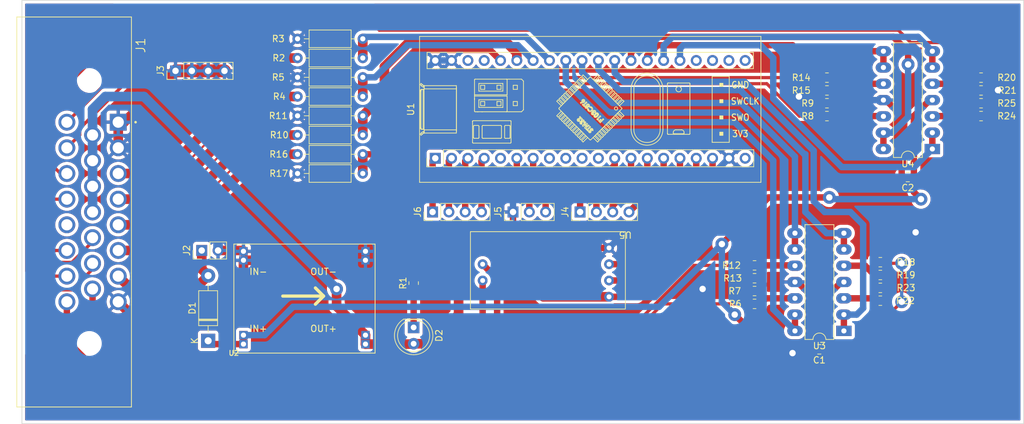
<source format=kicad_pcb>
(kicad_pcb (version 20211014) (generator pcbnew)
  (layers (0 "F.Cu" signal "cobre frontal") (31 "B.Cu" signal "Cobre traseira") (34 "B.Paste" user "Pasta traseira") (35 "F.Paste" user "Pasta frontal") (36 "B.SilkS" user "Serigrafia traseira") (37 "F.SilkS" user "Serigrafia frontal") (38 "B.Mask" user "Máscara traseira") (39 "F.Mask" user "Máscara frontal") (44 "Edge.Cuts" user "Cortes contorno"))
  (net 0 "")
  (net 1 "Net-(C1-Pad1)")
  (net 2 "GNDREF")
  (net 3 "Net-(D2-Pad1)")
  (net 4 "+5V")
  (net 5 "Net-(J4-Pad1)")
  (net 6 "Net-(J4-Pad2)")
  (net 7 "Net-(J4-Pad3)")
  (net 8 "Net-(J4-Pad4)")
  (net 9 "Net-(J5-Pad2)")
  (net 10 "Net-(J5-Pad3)")
  (net 11 "Net-(J6-Pad1)")
  (net 12 "Net-(J6-Pad2)")
  (net 13 "Net-(J6-Pad3)")
  (net 14 "Net-(J6-Pad4)")
  (net 15 "Net-(R2-Pad1)")
  (net 16 "DI_1")
  (net 17 "Net-(R4-Pad1)")
  (net 18 "DI_2")
  (net 19 "Net-(R6-Pad1)")
  (net 20 "ADC_2")
  (net 21 "Net-(R8-Pad1)")
  (net 22 "PRESSURE_2")
  (net 23 "Net-(R10-Pad1)")
  (net 24 "DI_3")
  (net 25 "Net-(R12-Pad1)")
  (net 26 "ADC_1")
  (net 27 "Net-(R14-Pad1)")
  (net 28 "PRESSURE_1")
  (net 29 "Net-(R16-Pad1)")
  (net 30 "DI_4")
  (net 31 "Net-(R18-Pad1)")
  (net 32 "ENCODER")
  (net 33 "Net-(R20-Pad1)")
  (net 34 "TPS_2")
  (net 35 "Net-(R22-Pad1)")
  (net 36 "PRESSURE_3")
  (net 37 "Net-(R24-Pad1)")
  (net 38 "TPS_1")
  (net 43 "Net-(U1-Pad32)")
  (net 45 "Net-(U1-Pad31)")
  (net 47 "Net-(U1-Pad30)")
  (net 49 "Net-(U1-Pad29)")
  (net 50 "Net-(U1-Pad28)")
  (net 51 "Net-(U1-Pad27)")
  (net 52 "Net-(U1-Pad26)")
  (net 53 "Net-(U1-Pad25)")
  (net 54 "Net-(U1-Pad16)")
  (net 56 "Net-(U1-Pad17)")
  (net 61 "CANH")
  (net 62 "CANL")
  (net 63 "VIN")
  (footprint "Capacitor_SMD:C_0805_2012Metric" (layer "F.Cu") (at 149.175 93.415 180)
    (fp_text reference "C1")
    (fp_text value "C")
  )
  (footprint "Resistor_THT:R_Axial_DIN0207_L6.3mm_D2.5mm_P10.16mm_Horizontal" (layer "F.Cu") (at 67.92 57)
    (fp_text reference "R11")
    (fp_text value "20k")
  )
  (footprint "Resistor_THT:R_Axial_DIN0207_L6.3mm_D2.5mm_P10.16mm_Horizontal" (layer "F.Cu") (at 78.08 48 180)
    (fp_text reference "R2")
    (fp_text value "10k")
  )
  (footprint "Resistor_SMD:R_0805_2012Metric" (layer "F.Cu") (at 139.0875 82.3275)
    (fp_text reference "R13")
    (fp_text value "20k")
  )
  (footprint "Resistor_SMD:R_0805_2012Metric" (layer "F.Cu") (at 158.675 83.8275 180)
    (fp_text reference "R23")
    (fp_text value "20k")
  )
  (footprint "Resistor_THT:R_Axial_DIN0207_L6.3mm_D2.5mm_P10.16mm_Horizontal" (layer "F.Cu") (at 78.08 60 180)
    (fp_text reference "R10")
    (fp_text value "10k")
  )
  (footprint "Resistor_THT:R_Axial_DIN0207_L6.3mm_D2.5mm_P10.16mm_Horizontal" (layer "F.Cu") (at 67.92 45)
    (fp_text reference "R3")
    (fp_text value "20k")
  )
  (footprint "Resistor_SMD:R_0805_2012Metric" (layer "F.Cu") (at 150.3625 55.05)
    (fp_text reference "R9")
    (fp_text value "20k")
  )
  (footprint "Resistor_SMD:R_0805_2012Metric" (layer "F.Cu") (at 139.0875 86.3275 180)
    (fp_text reference "R6")
    (fp_text value "10k")
  )
  (footprint "Capacitor_SMD:C_0805_2012Metric" (layer "F.Cu") (at 162.95 66.55 180)
    (fp_text reference "C2")
    (fp_text value "C")
  )
  (footprint "Connector_PinHeader_2.54mm:PinHeader_1x04_P2.54mm_Vertical" (layer "F.Cu") (at 48.92 50 90)
    (fp_text reference "J3")
    (fp_text value "Conn_01x04_Male")
  )
  (footprint "Resistor_SMD:R_0805_2012Metric" (layer "F.Cu") (at 139.0875 84.3275)
    (fp_text reference "R7")
    (fp_text value "20k")
  )
  (footprint "Resistor_SMD:R_0805_2012Metric" (layer "F.Cu") (at 174.3625 53.05 180)
    (fp_text reference "R21")
    (fp_text value "20k")
  )
  (footprint "Resistor_SMD:R_0805_2012Metric" (layer "F.Cu") (at 150.3625 53.05)
    (fp_text reference "R15")
    (fp_text value "20k")
  )
  (footprint "LED_THT:LED_D5.0mm" (layer "F.Cu") (at 86 90 -90)
    (fp_text reference "D2")
    (fp_text value "LED")
  )
  (footprint "Connector_PinHeader_2.54mm:PinHeader_1x03_P2.54mm_Vertical" (layer "F.Cu") (at 101.475 72 90)
    (fp_text reference "J5")
    (fp_text value "UART")
  )
  (footprint "Package_DIP:DIP-14_W7.62mm_LongPads" (layer "F.Cu") (at 166.775 62.175 180)
    (fp_text reference "U4")
    (fp_text value "LM324")
  )
  (footprint "Resistor_SMD:R_0805_2012Metric" (layer "F.Cu") (at 139.0875 80.3275 180)
    (fp_text reference "R12")
    (fp_text value "10k")
  )
  (footprint "Diode_THT:D_DO-41_SOD81_P10.16mm_Horizontal" (layer "F.Cu") (at 54 92.08 90)
    (fp_text reference "D1")
    (fp_text value "1N4007")
  )
  (footprint "Package_DIP:DIP-14_W7.62mm_LongPads" (layer "F.Cu") (at 153 90.54 180)
    (fp_text reference "U3")
    (fp_text value "LM324")
  )
  (footprint "Resistor_SMD:R_0805_2012Metric" (layer "F.Cu") (at 158.675 81.8275 180)
    (fp_text reference "R19")
    (fp_text value "20k")
  )
  (footprint "Resistor_SMD:R_0805_2012Metric" (layer "F.Cu") (at 174.3625 55.05 180)
    (fp_text reference "R25")
    (fp_text value "20k")
  )
  (footprint "Connector_PinHeader_2.54mm:PinHeader_1x04_P2.54mm_Vertical" (layer "F.Cu") (at 88.95 72 90)
    (fp_text reference "J6")
    (fp_text value "Conn_01x04_Male")
  )
  (footprint "Resistor_SMD:R_0805_2012Metric" (layer "F.Cu") (at 174.3625 51.05)
    (fp_text reference "R20")
    (fp_text value "10k")
  )
  (footprint "Resistor_SMD:R_0805_2012Metric" (layer "F.Cu") (at 86 83.0875 90)
    (fp_text reference "R1")
    (fp_text value "220")
  )
  (footprint "Cheetah:DC-BRICK" (layer "F.Cu") (at 58 94)
    (fp_text reference "U2")
    (fp_text value "MP1584")
  )
  (footprint "Resistor_SMD:R_0805_2012Metric" (layer "F.Cu") (at 158.675 85.8275)
    (fp_text reference "R22")
    (fp_text value "10k")
  )
  (footprint "Connector_PinHeader_2.54mm:PinHeader_1x04_P2.54mm_Vertical" (layer "F.Cu") (at 111.92 72 90)
    (fp_text reference "J4")
    (fp_text value "Conn_01x04_Male")
  )
  (footprint "Resistor_SMD:R_0805_2012Metric" (layer "F.Cu") (at 158.675 79.8275)
    (fp_text reference "R18")
    (fp_text value "10k")
  )
  (footprint "Resistor_THT:R_Axial_DIN0207_L6.3mm_D2.5mm_P10.16mm_Horizontal" (layer "F.Cu") (at 78.08 54 180)
    (fp_text reference "R4")
    (fp_text value "10k")
  )
  (footprint "Resistor_THT:R_Axial_DIN0207_L6.3mm_D2.5mm_P10.16mm_Horizontal" (layer "F.Cu") (at 67.92 66)
    (fp_text reference "R17")
    (fp_text value "20k")
  )
  (footprint "Ampseal 23:TE_1-776087-1" (layer "F.Cu") (at 40 58 -90)
    (fp_text reference "J1")
    (fp_text value "1-776087-1")
  )
  (footprint "Resistor_SMD:R_0805_2012Metric" (layer "F.Cu") (at 150.3625 57.05 180)
    (fp_text reference "R8")
    (fp_text value "10k")
  )
  (footprint "Resistor_SMD:R_0805_2012Metric" (layer "F.Cu") (at 150.3625 51.05 180)
    (fp_text reference "R14")
    (fp_text value "10k")
  )
  (footprint "STM32:YAAJ_BluePill_1" (layer "F.Cu") (at 89.37 63.62 90)
    (fp_text reference "U1")
    (fp_text value "YAAJ_BluePill" hide)
  )
  (footprint "Resistor_THT:R_Axial_DIN0207_L6.3mm_D2.5mm_P10.16mm_Horizontal" (layer "F.Cu") (at 78.08 63 180)
    (fp_text reference "R16")
    (fp_text value "10k")
  )
  (footprint "Cheetah:TJA1050-Module" (layer "F.Cu") (at 118.97 75.0625 180)
    (fp_text reference "U5")
    (fp_text value "TJA1050-Module")
  )
  (footprint "Resistor_SMD:R_0805_2012Metric" (layer "F.Cu") (at 174.3625 57.05)
    (fp_text reference "R24")
    (fp_text value "10k")
  )
  (footprint "Resistor_THT:R_Axial_DIN0207_L6.3mm_D2.5mm_P10.16mm_Horizontal" (layer "F.Cu") (at 67.92 51)
    (fp_text reference "R5")
    (fp_text value "20k")
  )
  (footprint "Connector_PinHeader_2.54mm:PinHeader_1x02_P2.54mm_Vertical" (layer "F.Cu") (at 53 78 90)
    (fp_text reference "J2")
    (fp_text value "Conn_01x02_Male")
  )
  (gr_rect (start 25 39) (end 181 105) (layer "Edge.Cuts") (width 0.1) (fill none))
  (segment (start 141.272439 69.727561) (end 134 77) (width 1) (layer "F.Cu") (net 1))
  (segment (start 152.6 82.92) (end 150.125 85.395) (width 1) (layer "F.Cu") (net 1))
  (segment (start 148 97) (end 145 97) (width 1) (layer "F.Cu") (net 1))
  (segment (start 163.9 68.9) (end 165 70) (width 1) (layer "F.Cu") (net 1))
  (segment (start 163.9 57.03) (end 166.375 54.555) (width 1) (layer "F.Cu") (net 1))
  (segment (start 59.5 92.6) (end 54.52 92.6) (width 1) (layer "F.Cu") (net 1))
  (segment (start 145 97) (end 136 88) (width 1) (layer "F.Cu") (net 1))
  (segment (start 163.9 66.55) (end 163.9 57.03) (width 1) (layer "F.Cu") (net 1))
  (segment (start 150.727561 69.727561) (end 141.272439 69.727561) (width 1) (layer "F.Cu") (net 1))
  (segment (start 163.9 66.55) (end 163.9 68.9) (width 1) (layer "F.Cu") (net 1))
  (segment (start 59.5 91.2) (end 59.5 92.6) (width 1) (layer "F.Cu") (net 1))
  (segment (start 166.375 54.555) (end 166.775 54.555) (width 1) (layer "F.Cu") (net 1))
  (segment (start 150.125 93.415) (end 150.125 94.875) (width 1) (layer "F.Cu") (net 1))
  (segment (start 54.52 92.6) (end 54 92.08) (width 1) (layer "F.Cu") (net 1))
  (segment (start 150.125 94.875) (end 148 97) (width 1) (layer "F.Cu") (net 1))
  (segment (start 153 82.92) (end 152.6 82.92) (width 1) (layer "F.Cu") (net 1))
  (segment (start 150.125 85.395) (end 150.125 93.415) (width 1) (layer "F.Cu") (net 1))
  (via (at 150.727561 69.727561) (size 2) (drill 1) (layers "F.Cu" "B.Cu") (net 1))
  (via (at 134 77) (size 2) (drill 1) (layers "F.Cu" "B.Cu") (net 1))
  (via (at 165 70) (size 2) (drill 1) (layers "F.Cu" "B.Cu") (net 1))
  (via (at 136 88) (size 2) (drill 1) (layers "F.Cu" "B.Cu") (net 1))
  (segment (start 165 70) (end 151 70) (width 1) (layer "B.Cu") (net 1))
  (segment (start 134 86) (end 134 77) (width 1) (layer "B.Cu") (net 1))
  (segment (start 124.215989 86.784011) (end 67.215989 86.784011) (width 1) (layer "B.Cu") (net 1))
  (segment (start 62.8 91.2) (end 59.5 91.2) (width 1) (layer "B.Cu") (net 1))
  (segment (start 136 88) (end 134 86) (width 1) (layer "B.Cu") (net 1))
  (segment (start 67.215989 86.784011) (end 62.8 91.2) (width 1) (layer "B.Cu") (net 1))
  (segment (start 151 70) (end 150.727561 69.727561) (width 1) (layer "B.Cu") (net 1))
  (segment (start 134 77) (end 124.215989 86.784011) (width 1) (layer "B.Cu") (net 1))
  (segment (start 176.95 53.05) (end 177 53) (width 1) (layer "F.Cu") (net 2))
  (segment (start 163.1725 81.8275) (end 164.1725 80.8275) (width 1) (layer "F.Cu") (net 2))
  (segment (start 164.1725 72.1725) (end 162 70) (width 1) (layer "F.Cu") (net 2))
  (segment (start 40 58) (end 40.92 58) (width 1.5) (layer "F.Cu") (net 2))
  (segment (start 148.225 93.415) (end 148.225 85.365) (width 1) (layer "F.Cu") (net 2))
  (segment (start 147.64 94) (end 148.225 93.415) (width 1) (layer "F.Cu") (net 2))
  (segment (start 116.43 77.6025) (end 103.6025 77.6025) (width 1) (layer "F.Cu") (net 2))
  (segment (start 149.45 55.05) (end 147.05 55.05) (width 1) (layer "F.Cu") (net 2))
  (segment (start 103.6025 77.6025) (end 101.475 75.475) (width 1) (layer "F.Cu") (net 2))
  (segment (start 145.78 82.92) (end 145.38 82.92) (width 1) (layer "F.Cu") (net 2))
  (segment (start 55.54 78) (end 59.37 78) (width 1.5) (layer "F.Cu") (net 2))
  (segment (start 149.45 53.45) (end 149.45 53.05) (width 1) (layer "F.Cu") (net 2))
  (segment (start 148.225 85.365) (end 146.93 84.07) (width 1) (layer "F.Cu") (net 2))
  (segment (start 59.5 79.53) (end 59.5 81.5) (width 1.5) (layer "F.Cu") (net 2))
  (segment (start 175.275 53.05) (end 176.95 53.05) (width 1) (layer "F.Cu") (net 2))
  (segment (start 147.05 55.05) (end 146 54) (width 1) (layer "F.Cu") (net 2))
  (segment (start 164.1725 80.8275) (end 164.1725 75.1725) (width 1) (layer "F.Cu") (net 2))
  (segment (start 92.7 75.475) (end 101.475 75.475) (width 1) (layer "F.Cu") (net 2))
  (segment (start 149.45 55.05) (end 149.45 53.45) (width 1) (layer "F.Cu") (net 2))
  (segment (start 162 57) (end 159.555 54.555) (width 1) (layer "F.Cu") (net 2))
  (segment (start 78.5 78.13) (end 78.5 79.53) (width 3) (layer "F.Cu") (net 2))
  (segment (start 101.475 75.475) (end 101.475 72) (width 1) (layer "F.Cu") (net 2))
  (segment (start 162 70) (end 162 66.55) (width 1) (layer "F.Cu") (net 2))
  (segment (start 150 81) (end 150 73) (width 1) (layer "F.Cu") (net 2))
  (segment (start 153 70) (end 162 70) (width 1) (layer "F.Cu") (net 2))
  (segment (start 83.355 79.53) (end 86 82.175) (width 1.5) (layer "F.Cu") (net 2))
  (segment (start 150 73) (end 153 70) (width 1) (layer "F.Cu") (net 2))
  (segment (start 146.93 84.07) (end 150 81) (width 1) (layer "F.Cu") (net 2))
  (segment (start 175.275 55.05) (end 175.275 53.05) (width 1) (layer "F.Cu") (net 2))
  (segment (start 54 50) (end 51.46 50) (width 2) (layer "F.Cu") (net 2))
  (segment (start 56.54 50) (end 54 50) (width 2) (layer "F.Cu") (net 2))
  (segment (start 78.5 79.53) (end 59.5 79.53) (width 1.5) (layer "F.Cu") (net 2))
  (segment (start 78.5 79.53) (end 83.355 79.53) (width 1.5) (layer "F.Cu") (net 2))
  (segment (start 40.92 58) (end 48.92 50) (width 1.5) (layer "F.Cu") (net 2))
  (segment (start 138.175 82.3275) (end 132.6725 82.3275) (width 1) (layer "F.Cu") (net 2))
  (segment (start 59.37 78) (end 59.5 78.13) (width 1.5) (layer "F.Cu") (net 2))
  (segment (start 132.6725 82.3275) (end 131 84) (width 1) (layer "F.Cu") (net 2))
  (segment (start 164.1725 75.1725) (end 164.1725 72.1725) (width 1) (layer "F.Cu") (net 2))
  (segment (start 59.5 81.5) (end 52 89) (width 1.5) (layer "F.Cu") (net 2))
  (segment (start 159.555 54.555) (end 159.155 54.555) (width 1) (layer "F.Cu") (net 2))
  (segment (start 43 89) (end 40 86) (width 1.5) (layer "F.Cu") (net 2))
  (segment (start 40 58) (end 40 62) (width 1.5) (layer "F.Cu") (net 2))
  (segment (start 159.5875 81.8275) (end 159.5875 83.8275) (width 1) (layer "F.Cu") (net 2))
  (segment (start 146.93 84.07) (end 145.78 82.92) (width 1) (layer "F.Cu") (net 2))
  (segment (start 48.92 50) (end 51.46 50) (width 2) (layer "F.Cu") (net 2))
  (segment (start 159.5875 81.8275) (end 163.1725 81.8275) (width 1) (layer "F.Cu") (net 2))
  (segment (start 52 89) (end 43 89) (width 1.5) (layer "F.Cu") (net 2))
  (segment (start 162 66.55) (end 162 57) (width 1) (layer "F.Cu") (net 2))
  (segment (start 86 82.175) (end 92.7 75.475) (width 1) (layer "F.Cu") (net 2))
  (segment (start 138.175 82.3275) (end 138.175 84.3275) (width 1) (layer "F.Cu") (net 2))
  (segment (start 145 94) (end 147.64 94) (width 1) (layer "F.Cu") (net 2))
  (via (at 164.1725 75.1725) (size 2) (drill 1) (layers "F.Cu" "B.Cu") (net 2))
  (via (at 146 54) (size 2) (drill 1) (layers "F.Cu" "B.Cu") (net 2))
  (via (at 131 84) (size 2) (drill 1) (layers "F.Cu" "B.Cu") (net 2))
  (via (at 145 94) (size 2) (drill 1) (layers "F.Cu" "B.Cu") (net 2))
  (via (at 177 53) (size 2) (drill 1) (layers "F.Cu" "B.Cu") (net 2))
  (segment (start 89.37 48.38) (end 91.91 48.38) (width 1) (layer "B.Cu") (net 2))
  (segment (start 77 69) (end 72 64) (width 1) (layer "B.Cu") (net 2))
  (segment (start 101.475 70.475) (end 101.475 72) (width 1) (layer "B.Cu") (net 2))
  (segment (start 57.54 51) (end 56.54 50) (width 1) (layer "B.Cu") (net 2))
  (segment (start 167.8275 75.1725) (end 164.1725 75.1725) (width 1) (layer "B.Cu") (net 2))
  (segment (start 131 85.544894) (end 139.455106 94) (width 1) (layer "B.Cu") (net 2))
  (segment (start 72 53) (end 70 51) (width 1) (layer "B.Cu") (net 2))
  (segment (start 70 45) (end 67.92 45) (width 1) (layer "B.Cu") (net 2))
  (segment (start 72 59) (end 72 53) (width 1) (layer "B.Cu") (net 2))
  (segment (start 139.455106 79.910212) (end 139.455106 94) (width 1) (layer "B.Cu") (net 2))
  (segment (start 72 53) (end 72 47) (width 1) (layer "B.Cu") (net 2))
  (segment (start 123.509511 75.200489) (end 135.09 63.62) (width 1) (layer "B.Cu") (net 2))
  (segment (start 84 64) (end 84.5 64.5) (width 1) (layer "B.Cu") (net 2))
  (segment (start 70 57) (end 67.92 57) (width 1) (layer "B.Cu") (net 2))
  (segment (start 55.54 75.683845) (end 55.54 78) (width 1.5) (layer "B.Cu") (net 2))
  (segment (start 170 60) (end 170 73) (width 1) (layer "B.Cu") (net 2))
  (segment (start 131 84) (end 131 85.544894) (width 1) (layer "B.Cu") (net 2))
  (segment (start 84 53.75) (end 84 64) (width 1) (layer "B.Cu") (net 2))
  (segment (start 122.799511 75.200489) (end 134.745383 75.200489) (width 1) (layer "B.Cu") (net 2))
  (segment (start 67.92 51) (end 57.54 51) (width 1) (layer "B.Cu") (net 2))
  (segment (start 118.832011 75.200489) (end 122.799511 75.200489) (width 1) (layer "B.Cu") (net 2))
  (segment (start 122.799511 75.200489) (end 123.509511 75.200489) (width 1) (layer "B.Cu") (net 2))
  (segment (start 41.856155 62) (end 55.54 75.683845) (width 1.5) (layer "B.Cu") (net 2))
  (segment (start 177 53) (end 170 60) (width 1) (layer "B.Cu") (net 2))
  (segment (start 84.5 64.5) (end 84.5 65.5) (width 1) (layer "B.Cu") (net 2))
  (segment (start 88 68) (end 99 68) (width 1) (layer "B.Cu") (net 2))
  (segment (start 146.555 54.555) (end 159.155 54.555) (width 1) (layer "B.Cu") (net 2))
  (segment (start 72 47) (end 70 45) (width 1) (layer "B.Cu") (net 2))
  (segment (start 170 73) (end 167.8275 75.1725) (width 1) (layer "B.Cu") (net 2))
  (segment (start 84.5 64.5) (end 88 68) (width 1) (layer "B.Cu") (net 2))
  (segment (start 72 64) (end 72 59) (width 1) (layer "B.Cu") (net 2))
  (segment (start 70 51) (end 67.92 51) (width 1) (layer "B.Cu") (net 2))
  (segment (start 89.37 48.38) (end 84 53.75) (width 1) (layer "B.Cu") (net 2))
  (segment (start 72 59) (end 70 57) (width 1) (layer "B.Cu") (net 2))
  (segment (start 99 68) (end 101.475 70.475) (width 1) (layer "B.Cu") (net 2))
  (segment (start 70 66) (end 72 64) (width 1) (layer "B.Cu") (net 2))
  (segment (start 67.92 66) (end 70 66) (width 1) (layer "B.Cu") (net 2))
  (segment (start 81 69) (end 77 69) (width 1) (layer "B.Cu") (net 2))
  (segment (start 146 54) (end 146.555 54.555) (width 1) (layer "B.Cu") (net 2))
  (segment (start 40 62) (end 41.856155 62) (width 1.5) (layer "B.Cu") (net 2))
  (segment (start 139.455106 94) (end 145 94) (width 1) (layer "B.Cu") (net 2))
  (segment (start 134.745383 75.200489) (end 139.455106 79.910212) (width 1) (layer "B.Cu") (net 2))
  (segment (start 116.43 77.6025) (end 118.832011 75.200489) (width 1) (layer "B.Cu") (net 2))
  (segment (start 84.5 65.5) (end 81 69) (width 1) (layer "B.Cu") (net 2))
  (segment (start 86 90) (end 86 84) (width 1) (layer "F.Cu") (net 3))
  (segment (start 88.46 92.54) (end 93 88) (width 1.5) (layer "F.Cu") (net 4))
  (segment (start 95.97548 77.02452) (end 98.02452 77.02452) (width 1.5) (layer "F.Cu") (net 4))
  (segment (start 120.7775 85.2225) (end 132.55 73.45) (width 1) (layer "F.Cu") (net 4))
  (segment (start 116.43 85.2225) (end 120.7775 85.2225) (width 1) (layer "F.Cu") (net 4))
  (segment (start 93 88) (end 93 80) (width 1.5) (layer "F.Cu") (net 4))
  (segment (start 85.94 92.6) (end 86 92.54) (width 1.5) (layer "F.Cu") (net 4))
  (segment (start 74 84) (end 74 86.7) (width 1.5) (layer "F.Cu") (net 4))
  (segment (start 74 86.7) (end 78.5 91.2) (width 1.5) (layer "F.Cu") (net 4))
  (segment (start 106.2225 85.2225) (end 116.43 85.2225) (width 1.5) (layer "F.Cu") (net 4))
  (segment (start 78.5 92.6) (end 85.94 92.6) (width 1.5) (layer "F.Cu") (net 4))
  (segment (start 98.02452 77.02452) (end 106.2225 85.2225) (width 1.5) (layer "F.Cu") (net 4))
  (segment (start 132.55 73.45) (end 132.55 63.62) (width 1) (layer "F.Cu") (net 4))
  (segment (start 78.5 92.6) (end 78.5 91.2) (width 1.5) (layer "F.Cu") (net 4))
  (segment (start 86 92.54) (end 88.46 92.54) (width 1.5) (layer "F.Cu") (net 4))
  (segment (start 93 80) (end 95.97548 77.02452) (width 1.5) (layer "F.Cu") (net 4))
  (via (at 74 84) (size 2) (drill 1) (layers "F.Cu" "B.Cu") (net 4))
  (segment (start 36 72) (end 36 68) (width 1.5) (layer "B.Cu") (net 4))
  (segment (start 38 54) (end 43 54) (width 1.5) (layer "B.Cu") (net 4))
  (segment (start 36 64) (end 36 60) (width 1.5) (layer "B.Cu") (net 4))
  (segment (start 36 56) (end 38 54) (width 1.5) (layer "B.Cu") (net 4))
  (segment (start 44 54) (end 74 84) (width 1.5) (layer "B.Cu") (net 4))
  (segment (start 36 60) (end 36 56) (width 1.5) (layer "B.Cu") (net 4))
  (segment (start 43 54) (end 44 54) (width 1.5) (layer "B.Cu") (net 4))
  (segment (start 36 64) (end 36 68) (width 1.5) (layer "B.Cu") (net 4))
  (segment (start 117.31 64.69) (end 117.31 63.62) (width 1) (layer "F.Cu") (net 5))
  (segment (start 111.92 72) (end 111.92 70.08) (width 1) (layer "F.Cu") (net 5))
  (segment (start 111.92 70.08) (end 117.31 64.69) (width 1) (layer "F.Cu") (net 5))
  (segment (start 114.46 70.54) (end 119.85 65.15) (width 1) (layer "F.Cu") (net 6))
  (segment (start 114.46 72) (end 114.46 70.54) (width 1) (layer "F.Cu") (net 6))
  (segment (start 119.85 65.15) (end 119.85 63.62) (width 1) (layer "F.Cu") (net 6))
  (segment (start 117 71) (end 122.39 65.61) (width 1) (layer "F.Cu") (net 7))
  (segment (start 117 72) (end 117 71) (width 1) (layer "F.Cu") (net 7))
  (segment (start 122.39 65.61) (end 122.39 63.62) (width 1) (layer "F.Cu") (net 7))
  (segment (start 119.54 72) (end 124.93 66.61) (width 1) (layer "F.Cu") (net 8))
  (segment (start 124.93 66.61) (end 124.93 63.62) (width 1) (layer "F.Cu") (net 8))
  (segment (start 104.015 69.015) (end 102 67) (width 1) (layer "F.Cu") (net 9))
  (segment (start 104.015 72) (end 104.015 69.015) (width 1) (layer "F.Cu") (net 9))
  (segment (start 102 67) (end 102.07 66.93) (width 1) (layer "F.Cu") (net 9))
  (segment (start 102.07 66.93) (end 102.07 63.62) (width 1) (layer "F.Cu") (net 9))
  (segment (start 104.61 65.61) (end 104.61 63.62) (width 1) (layer "F.Cu") (net 10))
  (segment (start 106.555 72) (end 106.555 67.555) (width 1) (layer "F.Cu") (net 10))
  (segment (start 106.555 67.555) (end 104.61 65.61) (width 1) (layer "F.Cu") (net 10))
  (segment (start 88.95 72) (end 88.95 64.04) (width 1) (layer "F.Cu") (net 11))
  (segment (start 88.95 64.04) (end 89.37 63.62) (width 1) (layer "F.Cu") (net 11))
  (segment (start 91.49 72) (end 91.49 64.04) (width 1) (layer "F.Cu") (net 12))
  (segment (start 91.49 64.04) (end 91.91 63.62) (width 1) (layer "F.Cu") (net 12))
  (segment (start 94.03 64.04) (end 94.45 63.62) (width 1) (layer "F.Cu") (net 13))
  (segment (start 94.03 72) (end 94.03 64.04) (width 1) (layer "F.Cu") (net 13))
  (segment (start 96.57 72) (end 96.57 64.04) (width 1) (layer "F.Cu") (net 14))
  (segment (start 96.57 64.04) (end 96.99 63.62) (width 1) (layer "F.Cu") (net 14))
  (segment (start 78.08 45) (end 78.08 48) (width 1.5) (layer "F.Cu") (net 15))
  (segment (start 78.37952 44.70048) (end 78.08 45) (width 1) (layer "B.Cu") (net 15))
  (segment (start 107.15 48.38) (end 103.47048 44.70048) (width 1) (layer "B.Cu") (net 15))
  (segment (start 103.47048 44.70048) (end 78.37952 44.70048) (width 1) (layer "B.Cu") (net 15))
  (segment (start 47 66) (end 40 66) (width 1.5) (layer "F.Cu") (net 16))
  (segment (start 65 48) (end 47 66) (width 1.5) (layer "F.Cu") (net 16))
  (segment (start 67.92 48) (end 65 48) (width 1.5) (layer "F.Cu") (net 16))
  (segment (start 78.08 51) (end 78.08 54) (width 1.5) (layer "F.Cu") (net 17))
  (segment (start 80 51) (end 78.08 51) (width 1) (layer "B.Cu") (net 17))
  (segment (start 102.23 46) (end 85 46) (width 1) (layer "B.Cu") (net 17))
  (segment (start 85 46) (end 80 51) (width 1) (layer "B.Cu") (net 17))
  (segment (start 104.61 48.38) (end 102.23 46) (width 1) (layer "B.Cu") (net 17))
  (segment (start 63 54) (end 47 70) (width 1.5) (layer "F.Cu") (net 18))
  (segment (start 67.92 54) (end 63 54) (width 1.5) (layer "F.Cu") (net 18))
  (segment (start 47 70) (end 40 70) (width 1.5) (layer "F.Cu") (net 18))
  (segment (start 140 84.3275) (end 140 86.3275) (width 1) (layer "F.Cu") (net 19))
  (segment (start 140.8675 85.46) (end 140 86.3275) (width 1) (layer "F.Cu") (net 19))
  (segment (start 145.38 85.46) (end 140.8675 85.46) (width 1) (layer "F.Cu") (net 19))
  (segment (start 33.017867 98.148559) (end 28 93.130692) (width 0.5) (layer "F.Cu") (net 20))
  (segment (start 124.803192 86.3275) (end 112.982133 98.148559) (width 0.5) (layer "F.Cu") (net 20))
  (segment (start 28 93.130692) (end 28 84) (width 0.5) (layer "F.Cu") (net 20))
  (segment (start 138.175 86.3275) (end 124.803192 86.3275) (width 0.5) (layer "F.Cu") (net 20))
  (segment (start 28 84) (end 30 82) (width 0.5) (layer "F.Cu") (net 20))
  (segment (start 112.982133 98.148559) (end 33.017867 98.148559) (width 0.5) (layer "F.Cu") (net 20))
  (segment (start 30 82) (end 32 82) (width 0.5) (layer "F.Cu") (net 20))
  (segment (start 151.275 57.05) (end 159.11 57.05) (width 1) (layer "F.Cu") (net 21))
  (segment (start 151.275 57.05) (end 151.275 55.05) (width 1) (layer "F.Cu") (net 21))
  (segment (start 159.11 57.05) (end 159.155 57.095) (width 1) (layer "F.Cu") (net 21))
  (segment (start 141 52) (end 97.130692 52) (width 0.5) (layer "F.Cu") (net 22))
  (segment (start 72 44.130692) (end 70.869308 43) (width 0.5) (layer "F.Cu") (net 22))
  (segment (start 80.130692 69) (end 75 69) (width 0.5) (layer "F.Cu") (net 22))
  (segment (start 34 59) (end 34 60) (width 0.5) (layer "F.Cu") (net 22))
  (segment (start 97.130692 52) (end 80.130692 69) (width 0.5) (layer "F.Cu") (net 22))
  (segment (start 34 60) (end 32 62) (width 0.5) (layer "F.Cu") (net 22))
  (segment (start 75 69) (end 72 66) (width 0.5) (layer "F.Cu") (net 22))
  (segment (start 70.869308 43) (end 50 43) (width 0.5) (layer "F.Cu") (net 22))
  (segment (start 146.05 57.05) (end 141 52) (width 0.5) (layer "F.Cu") (net 22))
  (segment (start 50 43) (end 34 59) (width 0.5) (layer "F.Cu") (net 22))
  (segment (start 149.45 57.05) (end 146.05 57.05) (width 0.5) (layer "F.Cu") (net 22))
  (segment (start 72 66) (end 72 44.130692) (width 0.5) (layer "F.Cu") (net 22))
  (segment (start 85.808648 45) (end 99.892081 45) (width 1.5) (layer "F.Cu") (net 23))
  (segment (start 102.07 47.177919) (end 102.07 48.38) (width 1.5) (layer "F.Cu") (net 23))
  (segment (start 78.08 57) (end 81.45048 53.62952) (width 1.5) (layer "F.Cu") (net 23))
  (segment (start 99.892081 45) (end 102.07 47.177919) (width 1.5) (layer "F.Cu") (net 23))
  (segment (start 81.45048 49.358168) (end 85.808648 45) (width 1.5) (layer "F.Cu") (net 23))
  (segment (start 78.08 57) (end 78.08 60) (width 1.5) (layer "F.Cu") (net 23))
  (segment (start 81.45048 53.62952) (end 81.45048 49.358168) (width 1.5) (layer "F.Cu") (net 23))
  (segment (start 67.92 60) (end 61 60) (width 1.5) (layer "F.Cu") (net 24))
  (segment (start 47 74) (end 61 60) (width 1.5) (layer "F.Cu") (net 24))
  (segment (start 40 74) (end 47 74) (width 1.5) (layer "F.Cu") (net 24))
  (segment (start 140 82.3275) (end 140 80.3275) (width 1) (layer "F.Cu") (net 25))
  (segment (start 145.3275 80.3275) (end 145.38 80.38) (width 1) (layer "F.Cu") (net 25))
  (segment (start 140 80.3275) (end 145.3275 80.3275) (width 1) (layer "F.Cu") (net 25))
  (segment (start 112.650961 97.349039) (end 129.6725 80.3275) (width 0.5) (layer "F.Cu") (net 26))
  (segment (start 32.771271 84.137989) (end 30.862011 84.137989) (width 0.5) (layer "F.Cu") (net 26))
  (segment (start 29 86) (end 29 93) (width 0.5) (layer "F.Cu") (net 26))
  (segment (start 30.862011 84.137989) (end 29 86) (width 0.5) (layer "F.Cu") (net 26))
  (segment (start 33.349039 97.349039) (end 112.650961 97.349039) (width 0.5) (layer "F.Cu") (net 26))
  (segment (start 36 80.90926) (end 32.771271 84.137989) (width 0.5) (layer "F.Cu") (net 26))
  (segment (start 129.6725 80.3275) (end 138.175 80.3275) (width 0.5) (layer "F.Cu") (net 26))
  (segment (start 29 93) (end 33.349039 97.349039) (width 0.5) (layer "F.Cu") (net 26))
  (segment (start 36 80) (end 36 80.90926) (width 0.5) (layer "F.Cu") (net 26))
  (segment (start 151.275 51.05) (end 154.45 51.05) (width 1) (layer "F.Cu") (net 27))
  (segment (start 154.45 51.05) (end 155.415 52.015) (width 1) (layer "F.Cu") (net 27))
  (segment (start 155.415 52.015) (end 159.155 52.015) (width 1) (layer "F.Cu") (net 27))
  (segment (start 151.275 51.05) (end 151.275 53.05) (width 1) (layer "F.Cu") (net 27))
  (segment (start 48 42) (end 32 58) (width 0.5) (layer "F.Cu") (net 28))
  (segment (start 73 44) (end 71 42) (width 0.5) (layer "F.Cu") (net 28))
  (segment (start 73 65) (end 73 44) (width 0.5) (layer "F.Cu") (net 28))
  (segment (start 149.45 51.05) (end 96.95 51.05) (width 0.5) (layer "F.Cu") (net 28))
  (segment (start 80 68) (end 76 68) (width 0.5) (layer "F.Cu") (net 28))
  (segment (start 96.95 51.05) (end 80 68) (width 0.5) (layer "F.Cu") (net 28))
  (segment (start 76 68) (end 73 65) (width 0.5) (layer "F.Cu") (net 28))
  (segment (start 71 42) (end 48 42) (width 0.5) (layer "F.Cu") (net 28))
  (segment (start 86.269511 46.730489) (end 83 50) (width 1) (layer "F.Cu") (net 29))
  (segment (start 83 60) (end 80 63) (width 1) (layer "F.Cu") (net 29))
  (segment (start 80 63) (end 78.08 63) (width 1) (layer "F.Cu") (net 29))
  (segment (start 99.53 48.38) (end 97.880489 46.730489) (width 1) (layer "F.Cu") (net 29))
  (segment (start 83 50) (end 83 60) (width 1) (layer "F.Cu") (net 29))
  (segment (start 78.08 63) (end 78.08 66) (width 1.5) (layer "F.Cu") (net 29))
  (segment (start 97.880489 46.730489) (end 86.269511 46.730489) (width 1) (layer "F.Cu") (net 29))
  (segment (start 62 63) (end 47 78) (width 1.5) (layer "F.Cu") (net 30))
  (segment (start 47 78) (end 40 78) (width 1.5) (layer "F.Cu") (net 30))
  (segment (start 67.92 63) (end 62 63) (width 1.5) (layer "F.Cu") (net 30))
  (segment (start 156.315 80.38) (end 157.7625 81.8275) (width 1) (layer "F.Cu") (net 31))
  (segment (start 157.7625 81.8275) (end 157.7625 79.8275) (width 1) (layer "F.Cu") (net 31))
  (segment (start 153 80.38) (end 156.315 80.38) (width 1) (layer "F.Cu") (net 31))
  (segment (start 162 80) (end 159.76 80) (width 0.5) (layer "F.Cu") (net 32))
  (segment (start 26 82.143845) (end 26 93.392076) (width 0.5) (layer "F.Cu") (net 32))
  (segment (start 159.76 80) (end 159.5875 79.8275) (width 0.5) (layer "F.Cu") (net 32))
  (segment (start 32.407444 99.79952) (end 32.607924 100) (width 0.5) (layer "F.Cu") (net 32))
  (segment (start 148 100) (end 162 86) (width 0.5) (layer "F.Cu") (net 32))
  (segment (start 30.143845 78) (end 26 82.143845) (width 0.5) (layer "F.Cu") (net 32))
  (segment (start 26 93.392076) (end 32.407444 99.79952) (width 0.5) (layer "F.Cu") (net 32))
  (segment (start 32.607924 100) (end 69 100) (width 0.5) (layer "F.Cu") (net 32))
  (segment (start 32 78) (end 30.143845 78) (width 0.5) (layer "F.Cu") (net 32))
  (segment (start 69 100) (end 148 100) (width 0.5) (layer "F.Cu") (net 32))
  (via (at 162 86) (size 2) (drill 1) (layers "F.Cu" "B.Cu") (net 32))
  (via (at 162 80) (size 2) (drill 1) (layers "F.Cu" "B.Cu") (net 32))
  (segment (start 162 86) (end 162 80) (width 0.5) (layer "B.Cu") (net 32))
  (segment (start 173.45 51.05) (end 173.45 53.05) (width 1) (layer "F.Cu") (net 33))
  (segment (start 170.45 51.05) (end 169.485 52.015) (width 1) (layer "F.Cu") (net 33))
  (segment (start 169.485 52.015) (end 166.775 52.015) (width 1) (layer "F.Cu") (net 33))
  (segment (start 173.45 51.05) (end 170.45 51.05) (width 1) (layer "F.Cu") (net 33))
  (segment (start 31 66) (end 32 66) (width 0.5) (layer "F.Cu") (net 34))
  (segment (start 172.58548 45.58548) (end 163.41452 45.58548) (width 0.5) (layer "F.Cu") (net 34))
  (segment (start 43.077835 41.20048) (end 29 55.278315) (width 0.5) (layer "F.Cu") (net 34))
  (segment (start 80.65096 43.65096) (end 78.20048 41.20048) (width 0.5) (layer "F.Cu") (net 34))
  (segment (start 29 55.278315) (end 29 64) (width 0.5) (layer "F.Cu") (net 34))
  (segment (start 163.41452 45.58548) (end 161.48 43.65096) (width 0.5) (layer "F.Cu") (net 34))
  (segment (start 176 50.306808) (end 176 49) (width 0.5) (layer "F.Cu") (net 34))
  (segment (start 161.48 43.65096) (end 80.65096 43.65096) (width 0.5) (layer "F.Cu") (net 34))
  (segment (start 175.275 51.05) (end 175.275 51.031808) (width 0.5) (layer "F.Cu") (net 34))
  (segment (start 175.275 51.031808) (end 176 50.306808) (width 0.5) (layer "F.Cu") (net 34))
  (segment (start 176 49) (end 172.58548 45.58548) (width 0.5) (layer "F.Cu") (net 34))
  (segment (start 29 64) (end 31 66) (width 0.5) (layer "F.Cu") (net 34))
  (segment (start 78.20048 41.20048) (end 43.077835 41.20048) (width 0.5) (layer "F.Cu") (net 34))
  (segment (start 153 85.46) (end 157.395 85.46) (width 1) (layer "F.Cu") (net 35))
  (segment (start 157.7625 85.8275) (end 157.7625 83.8275) (width 1) (layer "F.Cu") (net 35))
  (segment (start 157.395 85.46) (end 157.7625 85.8275) (width 1) (layer "F.Cu") (net 35))
  (segment (start 36 76.633282) (end 36 76) (width 0.5) (layer "F.Cu") (net 36))
  (segment (start 159.5875 87.051522) (end 147.639022 99) (width 0.5) (layer "F.Cu") (net 36))
  (segment (start 147.639022 99) (end 32.738616 99) (width 0.5) (layer "F.Cu") (net 36))
  (segment (start 32.771271 79.862011) (end 36 76.633282) (width 0.5) (layer "F.Cu") (net 36))
  (segment (start 27 83.869308) (end 31.007297 79.862011) (width 0.5) (layer "F.Cu") (net 36))
  (segment (start 32.738616 99) (end 27 93.261384) (width 0.5) (layer "F.Cu") (net 36))
  (segment (start 31.007297 79.862011) (end 32.771271 79.862011) (width 0.5) (layer "F.Cu") (net 36))
  (segment (start 27 93.261384) (end 27 83.869308) (width 0.5) (layer "F.Cu") (net 36))
  (segment (start 159.5875 85.8275) (end 159.5875 87.051522) (width 0.5) (layer "F.Cu") (net 36))
  (segment (start 173.45 57.05) (end 173.45 55.05) (width 1) (layer "F.Cu") (net 37))
  (segment (start 173.45 57.05) (end 166.82 57.05) (width 1) (layer "F.Cu") (net 37))
  (segment (start 166.82 57.05) (end 166.775 57.095) (width 1) (layer "F.Cu") (net 37))
  (segment (start 175.275 57.05) (end 178.549511 53.775489) (width 0.5) (layer "F.Cu") (net 38))
  (segment (start 170.982132 42.85144) (end 82 42.85144) (width 0.5) (layer "F.Cu") (net 38))
  (segment (start 28 52) (end 28 68) (width 0.5) (layer "F.Cu") (net 38))
  (segment (start 39.59904 40.40096) (end 28 52) (width 0.5) (layer "F.Cu") (net 38))
  (segment (start 30 70) (end 32 70) (width 0.5) (layer "F.Cu") (net 38))
  (segment (start 79.54952 40.40096) (end 39.59904 40.40096) (width 0.5) (layer "F.Cu") (net 38))
  (segment (start 178.549511 50.418819) (end 170.982132 42.85144) (width 0.5) (layer "F.Cu") (net 38))
  (segment (start 82 42.85144) (end 79.54952 40.40096) (width 0.5) (layer "F.Cu") (net 38))
  (segment (start 28 68) (end 30 70) (width 0.5) (layer "F.Cu") (net 38))
  (segment (start 178.549511 53.775489) (end 178.549511 50.418819) (width 0.5) (layer "F.Cu") (net 38))
  (segment (start 145.38 90.54) (end 145.38 88) (width 1) (layer "F.Cu") (net 43))
  (segment (start 116 58) (end 109.69 51.69) (width 1) (layer "B.Cu") (net 43))
  (segment (start 145.38 90.54) (end 142 87.16) (width 1) (layer "B.Cu") (net 43))
  (segment (start 109.69 51.69) (end 109.69 48.38) (width 1) (layer "B.Cu") (net 43))
  (segment (start 136 58) (end 116 58) (width 1) (layer "B.Cu") (net 43))
  (segment (start 142 64) (end 136 58) (width 1) (layer "B.Cu") (net 43))
  (segment (start 142 87.16) (end 142 64) (width 1) (layer "B.Cu") (net 43))
  (segment (start 145.38 77.84) (end 145.38 75.3) (width 1) (layer "F.Cu") (net 45))
  (segment (start 117 55) (end 112.23 50.23) (width 1) (layer "B.Cu") (net 45))
  (segment (start 112.23 50.23) (end 112.23 48.38) (width 1) (layer "B.Cu") (net 45))
  (segment (start 145.38 75.3) (end 145.38 63.38) (width 1) (layer "B.Cu") (net 45))
  (segment (start 137 55) (end 117 55) (width 1) (layer "B.Cu") (net 45))
  (segment (start 145.38 63.38) (end 137 55) (width 1) (layer "B.Cu") (net 45))
  (segment (start 153 77.84) (end 153 75.3) (width 1) (layer "F.Cu") (net 47))
  (segment (start 137 53) (end 118 53) (width 1) (layer "B.Cu") (net 47))
  (segment (start 150.3 75.3) (end 147 72) (width 1) (layer "B.Cu") (net 47))
  (segment (start 114.77 49.77) (end 114.77 48.38) (width 1) (layer "B.Cu") (net 47))
  (segment (start 118 53) (end 114.77 49.77) (width 1) (layer "B.Cu") (net 47))
  (segment (start 147 63) (end 146.837798 63) (width 1) (layer "B.Cu") (net 47))
  (segment (start 146.837798 63) (end 137 53.162202) (width 1) (layer "B.Cu") (net 47))
  (segment (start 153 75.3) (end 150.3 75.3) (width 1) (layer "B.Cu") (net 47))
  (segment (start 147 72) (end 147 63) (width 1) (layer "B.Cu") (net 47))
  (segment (start 153 90.54) (end 153 88) (width 1) (layer "F.Cu") (net 49))
  (segment (start 150 72) (end 148.29952 70.29952) (width 1) (layer "B.Cu") (net 49))
  (segment (start 117.31 50.31) (end 117.31 48.38) (width 1) (layer "B.Cu") (net 49))
  (segment (start 137.29952 51.70048) (end 118.70048 51.70048) (width 1) (layer "B.Cu") (net 49))
  (segment (start 156 74) (end 154 72) (width 1) (layer "B.Cu") (net 49))
  (segment (start 148.29952 62.461722) (end 137.538278 51.70048) (width 1) (layer "B.Cu") (net 49))
  (segment (start 154 72) (end 150 72) (width 1) (layer "B.Cu") (net 49))
  (segment (start 156 87) (end 156 74) (width 1) (layer "B.Cu") (net 49))
  (segment (start 148.29952 70.29952) (end 148.29952 62.461722) (width 1) (layer "B.Cu") (net 49))
  (segment (start 155 88) (end 156 87) (width 1) (layer "B.Cu") (net 49))
  (segment (start 137.538278 51.70048) (end 137.29952 51.70048) (width 1) (layer "B.Cu") (net 49))
  (segment (start 153 88) (end 155 88) (width 1) (layer "B.Cu") (net 49))
  (segment (start 118.70048 51.70048) (end 117.31 50.31) (width 1) (layer "B.Cu") (net 49))
  (segment (start 122.29952 44.70048) (end 160.70048 44.70048) (width 1) (layer "F.Cu") (net 50))
  (segment (start 163 47) (end 163 49) (width 1) (layer "F.Cu") (net 50))
  (segment (start 159.155 62.175) (end 159.155 59.635) (width 1) (layer "F.Cu") (net 50))
  (segment (start 160.70048 44.70048) (end 163 47) (width 1) (layer "F.Cu") (net 50))
  (segment (start 119.85 48.38) (end 119.85 47.15) (width 1) (layer "F.Cu") (net 50))
  (segment (start 119.85 47.15) (end 122.29952 44.70048) (width 1) (layer "F.Cu") (net 50))
  (via (at 163 49) (size 2) (drill 1) (layers "F.Cu" "B.Cu") (net 50))
  (segment (start 163 57.19) (end 160.555 59.635) (width 1) (layer "B.Cu") (net 50))
  (segment (start 160.555 59.635) (end 159.155 59.635) (width 1) (layer "B.Cu") (net 50))
  (segment (start 163 49) (end 163 57.19) (width 1) (layer "B.Cu") (net 50))
  (segment (start 122.39 47.61) (end 124 46) (width 1) (layer "F.Cu") (net 51))
  (segment (start 122.39 48.38) (end 122.39 47.61) (width 1) (layer "F.Cu") (net 51))
  (segment (start 124 46) (end 145 46) (width 1) (layer "F.Cu") (net 51))
  (segment (start 145.935 46.935) (end 159.155 46.935) (width 1) (layer "F.Cu") (net 51))
  (segment (start 159.155 49.475) (end 159.155 46.935) (width 1) (layer "F.Cu") (net 51))
  (segment (start 145 46) (end 145.935 46.935) (width 1) (layer "F.Cu") (net 51))
  (segment (start 166.775 49.475) (end 166.775 46.935) (width 1) (layer "F.Cu") (net 52))
  (segment (start 124.93 46.07) (end 126.29952 44.70048) (width 1) (layer "B.Cu") (net 52))
  (segment (start 164.54048 44.70048) (end 166.775 46.935) (width 1) (layer "B.Cu") (net 52))
  (segment (start 124.93 48.38) (end 124.93 46.07) (width 1) (layer "B.Cu") (net 52))
  (segment (start 126.29952 44.70048) (end 164.54048 44.70048) (width 1) (layer "B.Cu") (net 52))
  (segment (start 166.775 59.635) (end 166.775 62.175) (width 1) (layer "F.Cu") (net 53))
  (segment (start 127.47 46.53) (end 128 46) (width 1) (layer "B.Cu") (net 53))
  (segment (start 152.675596 65) (end 163.95 65) (width 1) (layer "B.Cu") (net 53))
  (segment (start 127.47 48.38) (end 127.47 46.53) (width 1) (layer "B.Cu") (net 53))
  (segment (start 142 48) (end 142 54.324404) (width 1) (layer "B.Cu") (net 53))
  (segment (start 128 46) (end 140 46) (width 1) (layer "B.Cu") (net 53))
  (segment (start 140 46) (end 142 48) (width 1) (layer "B.Cu") (net 53))
  (segment (start 163.95 65) (end 166.775 62.175) (width 1) (layer "B.Cu") (net 53))
  (segment (start 142 54.324404) (end 152.675596 65) (width 1) (layer "B.Cu") (net 53))
  (segment (start 116.43 80.1425) (end 118.8575 80.1425) (width 1) (layer "F.Cu") (net 54))
  (segment (start 118.8575 80.1425) (end 127.47 71.53) (width 1) (layer "F.Cu") (net 54))
  (segment (start 127.47 71.53) (end 127.47 63.62) (width 1) (layer "F.Cu") (net 54))
  (segment (start 120.3175 82.6825) (end 116.43 82.6825) (width 1) (layer "F.Cu") (net 56))
  (segment (start 130.01 63.62) (end 130.01 72.99) (width 1) (layer "F.Cu") (net 56))
  (segment (start 130.01 72.99) (end 120.3175 82.6825) (width 1) (layer "F.Cu") (net 56))
  (segment (start 36 89) (end 36 84) (width 1) (layer "F.Cu") (net 61))
  (segment (start 96.745 90.255) (end 92 95) (width 1) (layer "F.Cu") (net 61))
  (segment (start 96.745 82.6825) (end 96.745 90.255) (width 1) (layer "F.Cu") (net 61))
  (segment (start 42 95) (end 36 89) (width 1) (layer "F.Cu") (net 61))
  (segment (start 92 95) (end 42 95) (width 1) (layer "F.Cu") (net 61))
  (segment (start 32 92.075238) (end 36.224281 96.299519) (width 1) (layer "F.Cu") (net 62))
  (segment (start 36.224281 96.299519) (end 92.700481 96.299519) (width 1) (layer "F.Cu") (net 62))
  (segment (start 32 86) (end 32 92.075238) (width 1) (layer "F.Cu") (net 62))
  (segment (start 92.700481 96.299519) (end 99 90) (width 1) (layer "F.Cu") (net 62))
  (segment (start 99 90) (end 99 82.3975) (width 1) (layer "F.Cu") (net 62))
  (segment (start 99 82.3975) (end 96.745 80.1425) (width 1) (layer "F.Cu") (net 62))
  (segment (start 53 80.92) (end 54 81.92) (width 1.5) (layer "F.Cu") (net 63))
  (segment (start 50.92 85) (end 43 85) (width 1.5) (layer "F.Cu") (net 63))
  (segment (start 50.92 85) (end 54 81.92) (width 1.5) (layer "F.Cu") (net 63))
  (segment (start 43 85) (end 40 82) (width 1.5) (layer "F.Cu") (net 63))
  (segment (start 53 78) (end 53 80.92) (width 1.5) (layer "F.Cu") (net 63))
  (zone (net 2) (net_name "GNDREF") (layers F&B.Cu) (connect_pads (clearance 0.508)) (min_thickness 0.254) (fill yes (thermal_gap 0.508) (thermal_bridge_width 0.508))
    (polygon (pts (xy 181 105) (xy 25 105) (xy 25 39) (xy 181 39)))
  )
)
</source>
